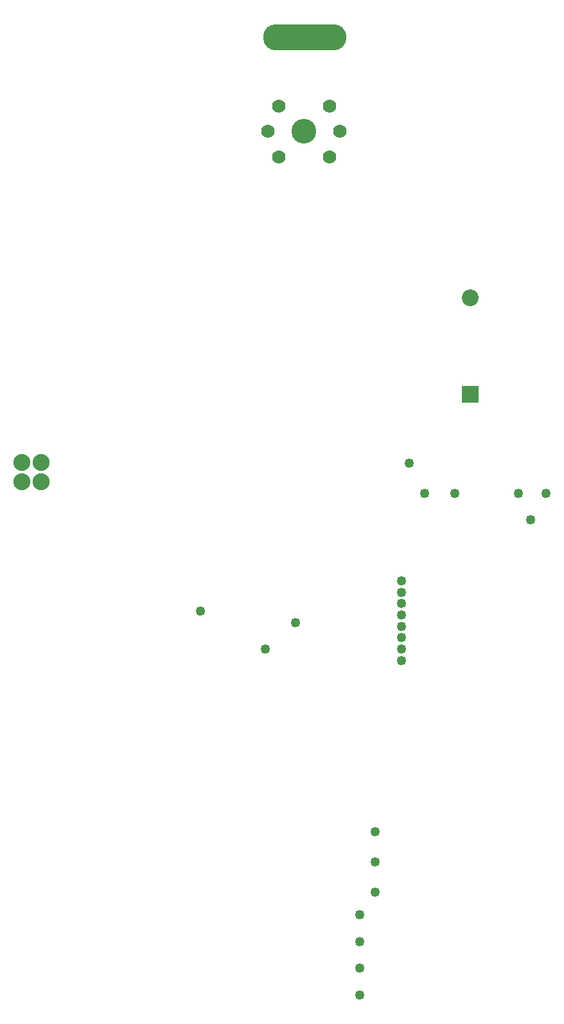
<source format=gbs>
G04 MADE WITH FRITZING*
G04 WWW.FRITZING.ORG*
G04 DOUBLE SIDED*
G04 HOLES PLATED*
G04 CONTOUR ON CENTER OF CONTOUR VECTOR*
%ASAXBY*%
%FSLAX23Y23*%
%MOIN*%
%OFA0B0*%
%SFA1.0B1.0*%
%ADD10C,0.070000*%
%ADD11C,0.128110*%
%ADD12C,0.049370*%
%ADD13C,0.135984*%
%ADD14C,0.088000*%
%ADD15C,0.087222*%
%ADD16R,0.087222X0.087222*%
%LNMASK0*%
G90*
G70*
G54D10*
X2102Y5203D03*
X2476Y5203D03*
X2157Y5335D03*
X2157Y5071D03*
X2421Y5071D03*
X2421Y5335D03*
G54D11*
X2289Y5203D03*
G54D12*
X2657Y1575D03*
X2657Y1417D03*
X2657Y1260D03*
X2579Y1142D03*
X2579Y1004D03*
X2579Y866D03*
X2579Y728D03*
X2795Y2461D03*
X2795Y2520D03*
X2795Y2579D03*
X2795Y2638D03*
X2795Y2697D03*
X2795Y2756D03*
G54D13*
X2402Y5689D03*
G54D12*
X2795Y2815D03*
G54D13*
X2441Y5689D03*
G54D12*
X2087Y2520D03*
G54D13*
X2421Y5689D03*
X2343Y5689D03*
G54D12*
X2244Y2657D03*
X1752Y2717D03*
G54D13*
X2362Y5689D03*
X2382Y5689D03*
G54D12*
X2795Y2874D03*
X3465Y3189D03*
G54D13*
X2323Y5689D03*
X2303Y5689D03*
X2244Y5689D03*
X2283Y5689D03*
X2264Y5689D03*
X2185Y5689D03*
X2205Y5689D03*
X2224Y5689D03*
X2165Y5689D03*
X2146Y5689D03*
G54D12*
X3543Y3327D03*
X3071Y3327D03*
X3402Y3327D03*
X2913Y3327D03*
G54D14*
X825Y3486D03*
X825Y3386D03*
X825Y3486D03*
X825Y3386D03*
X925Y3386D03*
X925Y3486D03*
G54D12*
X2835Y3484D03*
G54D15*
X3150Y4339D03*
X3150Y3839D03*
X3150Y4339D03*
X3150Y3839D03*
G54D16*
X3150Y3839D03*
X3150Y3839D03*
G04 End of Mask0*
M02*
</source>
